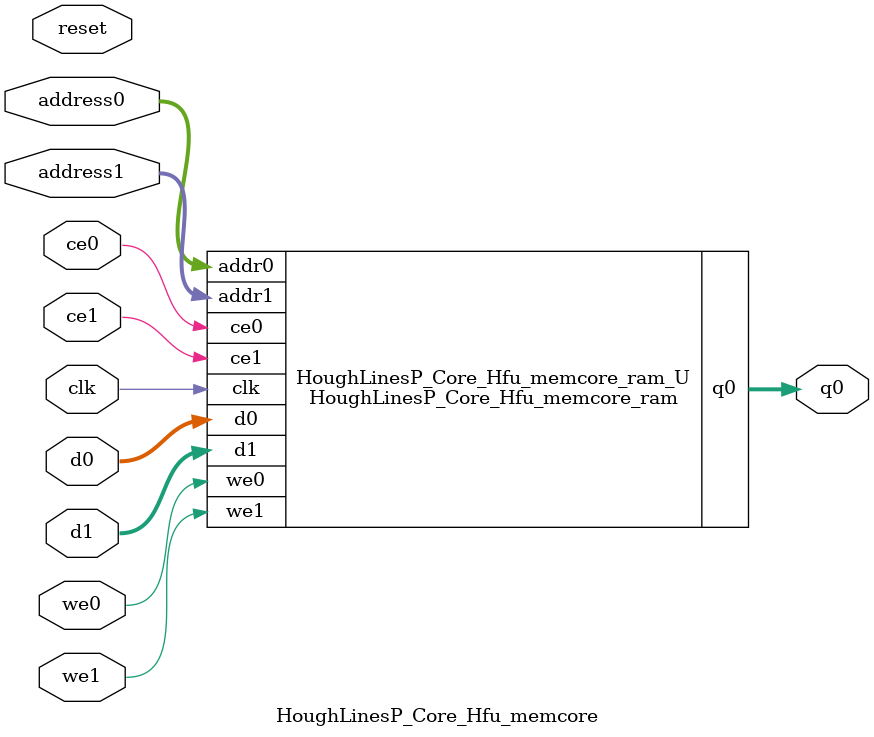
<source format=v>

`timescale 1 ns / 1 ps
module HoughLinesP_Core_Hfu_memcore_ram (addr0, ce0, d0, we0, q0, addr1, ce1, d1, we1,  clk);

parameter DWIDTH = 16;
parameter AWIDTH = 9;
parameter MEM_SIZE = 400;

input[AWIDTH-1:0] addr0;
input ce0;
input[DWIDTH-1:0] d0;
input we0;
output reg[DWIDTH-1:0] q0;
input[AWIDTH-1:0] addr1;
input ce1;
input[DWIDTH-1:0] d1;
input we1;
input clk;

(* ram_style = "block" *)reg [DWIDTH-1:0] ram[0:MEM_SIZE-1];




always @(posedge clk)  
begin 
    if (ce0) 
    begin
        if (we0) 
        begin 
            ram[addr0] <= d0; 
            q0 <= d0;
        end 
        else 
            q0 <= ram[addr0];
    end
end


always @(posedge clk)  
begin 
    if (ce1) 
    begin
        if (we1) 
        begin 
            ram[addr1] <= d1; 
        end 
    end
end


endmodule


`timescale 1 ns / 1 ps
module HoughLinesP_Core_Hfu_memcore(
    reset,
    clk,
    address0,
    ce0,
    we0,
    d0,
    q0,
    address1,
    ce1,
    we1,
    d1);

parameter DataWidth = 32'd16;
parameter AddressRange = 32'd400;
parameter AddressWidth = 32'd9;
input reset;
input clk;
input[AddressWidth - 1:0] address0;
input ce0;
input we0;
input[DataWidth - 1:0] d0;
output[DataWidth - 1:0] q0;
input[AddressWidth - 1:0] address1;
input ce1;
input we1;
input[DataWidth - 1:0] d1;



HoughLinesP_Core_Hfu_memcore_ram HoughLinesP_Core_Hfu_memcore_ram_U(
    .clk( clk ),
    .addr0( address0 ),
    .ce0( ce0 ),
    .we0( we0 ),
    .d0( d0 ),
    .q0( q0 ),
    .addr1( address1 ),
    .ce1( ce1 ),
    .we1( we1 ),
    .d1( d1 ));

endmodule


</source>
